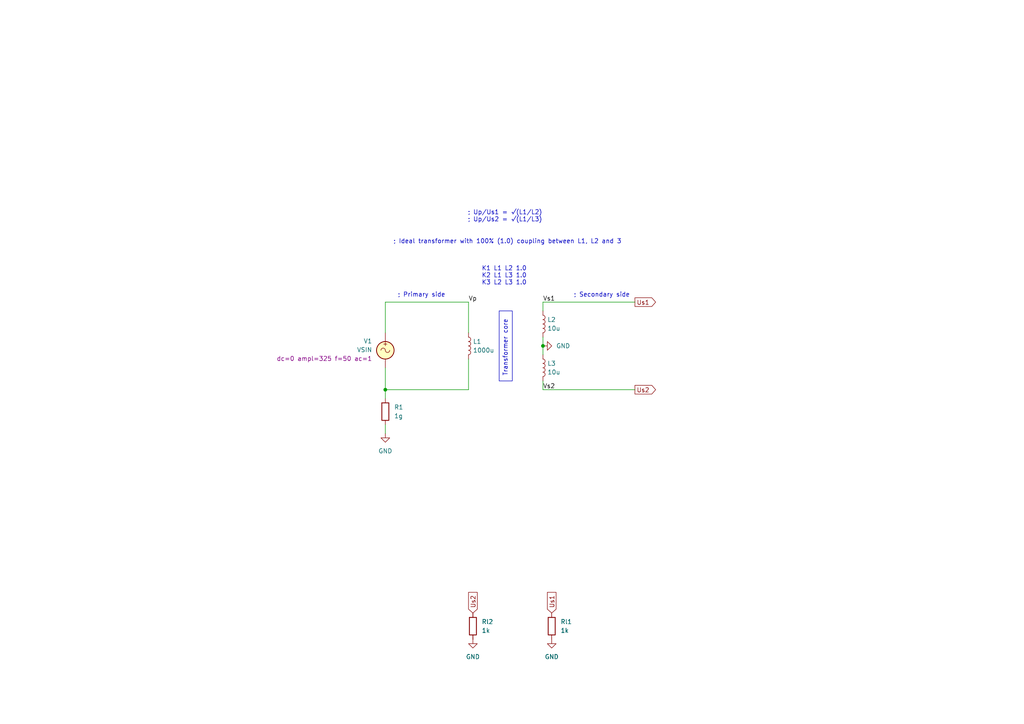
<source format=kicad_sch>
(kicad_sch (version 20231120) (generator "eeschema") (generator_version "8.0")
  (paper "A4")
  (title_block (title "Transformer 1P 2S") (date "2024-12-15") (company "GitHub/OJStuff"))
  (lib_symbols
    (symbol "Device:L" (pin_numbers hide) (pin_names (offset 1.016) hide)
      (property "Reference" "L" (at -1.27 0 90))
      (property "Value" "L" (at 1.905 0 90))
      (symbol "L_0_1"
        (arc (start 0 -2.54) (mid 0.6323 -1.905) (end 0 -1.27))
        (arc (start 0 -1.27) (mid 0.6323 -0.635) (end 0 0))
        (arc (start 0 0) (mid 0.6323 0.635) (end 0 1.27))
        (arc (start 0 1.27) (mid 0.6323 1.905) (end 0 2.54))
      )
      (symbol "L_1_1"
        (pin passive line (at 0 3.81 270) (length 1.27) (name "1") (number "1"))
        (pin passive line (at 0 -3.81 90) (length 1.27) (name "2") (number "2"))
      )
    )
    (symbol "Device:R" (pin_numbers hide) (pin_names (offset 0))
      (property "Reference" "R" (at 2.032 0 90))
      (property "Value" "R" (at 0 0 90))
      (symbol "R_0_1"
        (rectangle (start -1.016 -2.54) (end 1.016 2.54) (stroke (width 0.254)))
      )
      (symbol "R_1_1"
        (pin passive line (at 0 3.81 270) (length 1.27) (name "~") (number "1"))
        (pin passive line (at 0 -3.81 90) (length 1.27) (name "~") (number "2"))
      )
    )
    (symbol "GND_1" (power) (pin_numbers hide) (pin_names (offset 0) hide)
      (property "Value" "GND" (at 0 -3.81 0))
      (symbol "GND_1_0_1"
        (polyline (pts (xy 0 0) (xy 0 -1.27) (xy 1.27 -1.27) (xy 0 -2.54) (xy -1.27 -1.27) (xy 0 -1.27)))
      )
      (symbol "GND_1_1_1"
        (pin power_in line (at 0 0 270) (length 0) (name "~") (number "1"))
      )
    )
    (symbol "GND_2" (power) (pin_numbers hide) (pin_names (offset 0) hide)
      (property "Value" "GND" (at 0 -3.81 0))
      (symbol "GND_2_0_1"
        (polyline (pts (xy 0 0) (xy 0 -1.27) (xy 1.27 -1.27) (xy 0 -2.54) (xy -1.27 -1.27) (xy 0 -1.27)))
      )
      (symbol "GND_2_1_1"
        (pin power_in line (at 0 0 270) (length 0) (name "~") (number "1"))
      )
    )
    (symbol "Simulation_SPICE:VSIN" (pin_numbers hide) (pin_names (offset 0.0254))
      (property "Reference" "V" (at 2.54 2.54 0))
      (property "Value" "VSIN" (at 2.54 0 0))
      (property "Sim.Params" "dc=0 ampl=1 f=1k ac=1" (at 2.54 -2.54 0))
      (symbol "VSIN_0_0"
        (arc (start 0 0) (mid -0.635 0.6323) (end -1.27 0))
        (arc (start 0 0) (mid 0.635 -0.6323) (end 1.27 0))
        (text "+" (at 0 1.905 0) (effects (font (size 1.27 1.27))))
      )
      (symbol "VSIN_0_1"
        (circle (center 0 0) (radius 2.54) (stroke (width 0.254)) (fill (type background)))
      )
      (symbol "VSIN_1_1"
        (pin passive line (at 0 5.08 270) (length 2.54) (name "~") (number "1"))
        (pin passive line (at 0 -5.08 90) (length 2.54) (name "~") (number "2"))
      )
    )
  )
  (junction (at 157.48 100.33))
  (junction (at 111.76 113.03))
  (wire (pts (xy 157.48 113.03) (xy 184.15 113.03)))
  (wire (pts (xy 157.48 90.17) (xy 157.48 87.63)))
  (wire (pts (xy 135.89 87.63) (xy 135.89 96.52)))
  (wire (pts (xy 157.48 110.49) (xy 157.48 113.03)))
  (wire (pts (xy 111.76 106.68) (xy 111.76 113.03)))
  (wire (pts (xy 111.76 113.03) (xy 111.76 115.57)))
  (wire (pts (xy 135.89 104.14) (xy 135.89 113.03)))
  (wire (pts (xy 157.48 97.79) (xy 157.48 100.33)))
  (wire (pts (xy 111.76 87.63) (xy 111.76 96.52)))
  (wire (pts (xy 111.76 123.19) (xy 111.76 125.73)))
  (wire (pts (xy 111.76 87.63) (xy 135.89 87.63)))
  (wire (pts (xy 157.48 100.33) (xy 157.48 102.87)))
  (wire (pts (xy 157.48 87.63) (xy 184.15 87.63)))
  (wire (pts (xy 111.76 113.03) (xy 135.89 113.03)))
  (rectangle (start 144.78 90.17) (end 148.59 110.49))
  (text "; Up/Us1 = √(L1/L2)\n; Up/Us2 = √(L1/L3)" (at 135.636 64.516 0) (effects (font (size 1.27 1.27)) (justify left bottom)))
  (text "; Secondary side" (at 166.37 86.36 0) (effects (font (size 1.27 1.27)) (justify left bottom)))
  (text "K1 L1 L2 1.0\nK2 L1 L3 1.0\nK3 L2 L3 1.0" (at 139.7 82.804 0) (effects (font (size 1.27 1.27)) (justify left bottom)))
  (text "Transformer core" (at 147.32 109.22 90) (effects (font (size 1.27 1.27)) (justify left bottom)))
  (text "; Primary side" (at 115.316 86.36 0) (effects (font (size 1.27 1.27)) (justify left bottom)))
  (text "; Ideal transformer with 100% (1.0) coupling between L1, L2 and 3" (at 114.046 70.866 0) (effects (font (size 1.27 1.27)) (justify left bottom)))
  (label "Vp" (at 135.89 87.63 0))
  (label "Vs2" (at 157.48 113.03 0))
  (label "Vs1" (at 157.48 87.63 0))
  (global_label "Us2" (shape input) (at 137.16 177.8 90) (property "Intersheetrefs" "${INTERSHEET_REFS}" (effects (hide yes))))
  (global_label "Us2" (shape output) (at 184.15 113.03 0) (property "Intersheetrefs" "${INTERSHEET_REFS}" (effects (hide yes))))
  (global_label "Us1" (shape input) (at 160.02 177.8 90) (property "Intersheetrefs" "${INTERSHEET_REFS}" (effects (hide yes))))
  (global_label "Us1" (shape output) (at 184.15 87.63 0) (property "Intersheetrefs" "${INTERSHEET_REFS}" (effects (hide yes))))
  (symbol (lib_id "Device:R") (at 111.76 119.38 0) (unit 1)
    (property "Reference" "R1" (at 114.3 118.1099 0) (effects (justify left)))
    (property "Value" "1g" (at 114.3 120.6499 0) (effects (justify left)))
    (property "Description" "Resistor" (effects (hide yes)))
  )
  (symbol (lib_id "Device:R") (at 137.16 181.61 0) (unit 1)
    (property "Reference" "Rl2" (at 139.7 180.34 0) (effects (justify left)))
    (property "Value" "1k" (at 139.7 182.88 0) (effects (justify left)))
  )
  (symbol (lib_id "Device:L") (at 157.48 93.98 0) (unit 1)
    (property "Reference" "L2" (at 158.75 92.7099 0) (effects (justify left)))
    (property "Value" "10u" (at 158.75 95.2499 0) (effects (justify left)))
    (property "Description" "Inductor" (effects (hide yes)))
  )
  (symbol (lib_name "GND_2") (lib_id "power:GND") (at 137.16 185.42 0) (unit 1)
    (property "Reference" "#PWR04" (effects (hide yes)))
    (property "Value" "GND" (at 137.16 190.5 0))
    (property "Description" "Power symbol creates a global label with name \"GND\" , ground" (effects (hide yes)))
  )
  (symbol (lib_id "Simulation_SPICE:VSIN") (at 111.76 101.6 0) (unit 1)
    (property "Reference" "V1" (at 107.95 98.9301 0) (effects (justify right)))
    (property "Value" "VSIN" (at 107.95 101.4701 0) (effects (justify right)))
    (property "Datasheet" "https://ngspice.sourceforge.io/docs/ngspice-html-manual/manual.xhtml#sec_Independent_Sources_for" (effects (hide yes)))
    (property "Description" "Voltage source, sinusoidal" (effects (hide yes)))
    (property "Sim.Pins" "1=+ 2=-" (effects (hide yes)))
    (property "Sim.Params" "dc=0 ampl=325 f=50 ac=1" (at 107.95 104.0101 0) (effects (justify right)))
    (property "Sim.Type" "SIN" (effects (hide yes)))
    (property "Sim.Device" "V" (effects (hide yes)))
  )
  (symbol (lib_name "GND_2") (lib_id "power:GND") (at 160.02 185.42 0) (unit 1)
    (property "Reference" "#PWR05" (effects (hide yes)))
    (property "Value" "GND" (at 160.02 190.5 0))
    (property "Description" "Power symbol creates a global label with name \"GND\" , ground" (effects (hide yes)))
  )
  (symbol (lib_id "Device:R") (at 160.02 181.61 0) (unit 1)
    (property "Reference" "Rl1" (at 162.56 180.34 0) (effects (justify left)))
    (property "Value" "1k" (at 162.56 182.88 0) (effects (justify left)))
  )
  (symbol (lib_id "Device:L") (at 157.48 106.68 0) (unit 1)
    (property "Reference" "L3" (at 158.75 105.4099 0) (effects (justify left)))
    (property "Value" "10u" (at 158.75 107.9499 0) (effects (justify left)))
    (property "Description" "Inductor" (effects (hide yes)))
  )
  (symbol (lib_id "Device:L") (at 135.89 100.33 0) (unit 1)
    (property "Reference" "L1" (at 137.16 99.0599 0) (effects (justify left)))
    (property "Value" "1000u" (at 137.16 101.5999 0) (effects (justify left)))
    (property "Description" "Inductor" (effects (hide yes)))
  )
  (symbol (lib_name "GND_1") (lib_id "power:GND") (at 111.76 125.73 0) (unit 1)
    (property "Reference" "#PWR06" (effects (hide yes)))
    (property "Value" "GND" (at 111.76 130.81 0))
    (property "Description" "Power symbol creates a global label with name \"GND\" , ground" (effects (hide yes)))
  )
  (symbol (lib_name "GND_1") (lib_id "power:GND") (at 157.48 100.33 90) (unit 1)
    (property "Reference" "#PWR02" (effects (hide yes)))
    (property "Value" "GND" (at 161.29 100.3299 90) (effects (justify right)))
    (property "Description" "Power symbol creates a global label with name \"GND\" , ground" (effects (hide yes)))
  )
)
</source>
